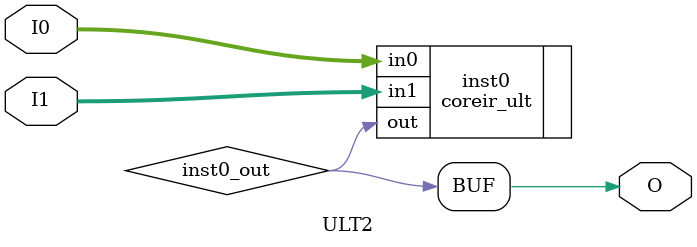
<source format=v>
module ULT2 (input [1:0] I0, input [1:0] I1, output  O);
wire  inst0_out;
coreir_ult inst0 (.in0(I0), .in1(I1), .out(inst0_out));
assign O = inst0_out;
endmodule


</source>
